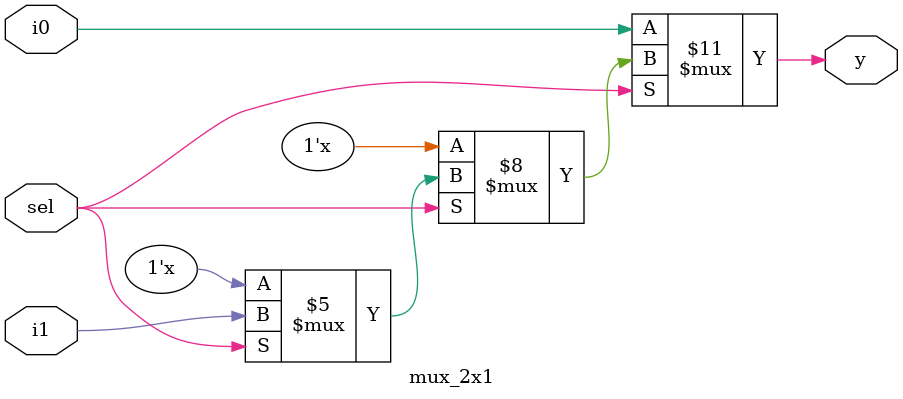
<source format=v>
module mux_2x1(i0, i1, sel, y);
input i0, i1, sel;
output reg y;

//sensitivity list
always @(i0 or i1 or sel) begin
	if (sel == 0) y = i0;
	else if (sel == 1) y = i1;
	else y = 1'bx; //what if sel is unknown
end
endmodule

</source>
